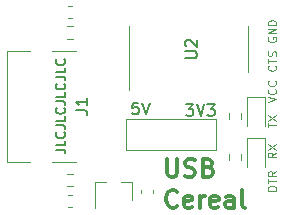
<source format=gbr>
%TF.GenerationSoftware,KiCad,Pcbnew,5.1.10*%
%TF.CreationDate,2021-06-29T15:39:21+12:00*%
%TF.ProjectId,USBCereal,55534243-6572-4656-916c-2e6b69636164,rev?*%
%TF.SameCoordinates,Original*%
%TF.FileFunction,Legend,Top*%
%TF.FilePolarity,Positive*%
%FSLAX46Y46*%
G04 Gerber Fmt 4.6, Leading zero omitted, Abs format (unit mm)*
G04 Created by KiCad (PCBNEW 5.1.10) date 2021-06-29 15:39:21*
%MOMM*%
%LPD*%
G01*
G04 APERTURE LIST*
%ADD10C,0.150000*%
%ADD11C,0.100000*%
%ADD12C,0.375000*%
%ADD13C,0.120000*%
G04 APERTURE END LIST*
D10*
X23945904Y-30746238D02*
X24517333Y-30746238D01*
X24631619Y-30784333D01*
X24707809Y-30860523D01*
X24745904Y-30974809D01*
X24745904Y-31051000D01*
X24745904Y-29984333D02*
X24745904Y-30365285D01*
X23945904Y-30365285D01*
X24669714Y-29260523D02*
X24707809Y-29298619D01*
X24745904Y-29412904D01*
X24745904Y-29489095D01*
X24707809Y-29603380D01*
X24631619Y-29679571D01*
X24555428Y-29717666D01*
X24403047Y-29755761D01*
X24288761Y-29755761D01*
X24136380Y-29717666D01*
X24060190Y-29679571D01*
X23984000Y-29603380D01*
X23945904Y-29489095D01*
X23945904Y-29412904D01*
X23984000Y-29298619D01*
X24022095Y-29260523D01*
X23945904Y-28689095D02*
X24517333Y-28689095D01*
X24631619Y-28727190D01*
X24707809Y-28803380D01*
X24745904Y-28917666D01*
X24745904Y-28993857D01*
X24745904Y-27927190D02*
X24745904Y-28308142D01*
X23945904Y-28308142D01*
X24669714Y-27203380D02*
X24707809Y-27241476D01*
X24745904Y-27355761D01*
X24745904Y-27431952D01*
X24707809Y-27546238D01*
X24631619Y-27622428D01*
X24555428Y-27660523D01*
X24403047Y-27698619D01*
X24288761Y-27698619D01*
X24136380Y-27660523D01*
X24060190Y-27622428D01*
X23984000Y-27546238D01*
X23945904Y-27431952D01*
X23945904Y-27355761D01*
X23984000Y-27241476D01*
X24022095Y-27203380D01*
X23945904Y-26631952D02*
X24517333Y-26631952D01*
X24631619Y-26670047D01*
X24707809Y-26746238D01*
X24745904Y-26860523D01*
X24745904Y-26936714D01*
X24745904Y-25870047D02*
X24745904Y-26251000D01*
X23945904Y-26251000D01*
X24669714Y-25146238D02*
X24707809Y-25184333D01*
X24745904Y-25298619D01*
X24745904Y-25374809D01*
X24707809Y-25489095D01*
X24631619Y-25565285D01*
X24555428Y-25603380D01*
X24403047Y-25641476D01*
X24288761Y-25641476D01*
X24136380Y-25603380D01*
X24060190Y-25565285D01*
X23984000Y-25489095D01*
X23945904Y-25374809D01*
X23945904Y-25298619D01*
X23984000Y-25184333D01*
X24022095Y-25146238D01*
X23945904Y-24574809D02*
X24517333Y-24574809D01*
X24631619Y-24612904D01*
X24707809Y-24689095D01*
X24745904Y-24803380D01*
X24745904Y-24879571D01*
X24745904Y-23812904D02*
X24745904Y-24193857D01*
X23945904Y-24193857D01*
X24669714Y-23089095D02*
X24707809Y-23127190D01*
X24745904Y-23241476D01*
X24745904Y-23317666D01*
X24707809Y-23431952D01*
X24631619Y-23508142D01*
X24555428Y-23546238D01*
X24403047Y-23584333D01*
X24288761Y-23584333D01*
X24136380Y-23546238D01*
X24060190Y-23508142D01*
X23984000Y-23431952D01*
X23945904Y-23317666D01*
X23945904Y-23241476D01*
X23984000Y-23127190D01*
X24022095Y-23089095D01*
D11*
X41941000Y-21234333D02*
X41907666Y-21301000D01*
X41907666Y-21401000D01*
X41941000Y-21501000D01*
X42007666Y-21567666D01*
X42074333Y-21601000D01*
X42207666Y-21634333D01*
X42307666Y-21634333D01*
X42441000Y-21601000D01*
X42507666Y-21567666D01*
X42574333Y-21501000D01*
X42607666Y-21401000D01*
X42607666Y-21334333D01*
X42574333Y-21234333D01*
X42541000Y-21201000D01*
X42307666Y-21201000D01*
X42307666Y-21334333D01*
X42607666Y-20901000D02*
X41907666Y-20901000D01*
X42607666Y-20501000D01*
X41907666Y-20501000D01*
X42607666Y-20167666D02*
X41907666Y-20167666D01*
X41907666Y-20001000D01*
X41941000Y-19901000D01*
X42007666Y-19834333D01*
X42074333Y-19801000D01*
X42207666Y-19767666D01*
X42307666Y-19767666D01*
X42441000Y-19801000D01*
X42507666Y-19834333D01*
X42574333Y-19901000D01*
X42607666Y-20001000D01*
X42607666Y-20167666D01*
X42541000Y-23624333D02*
X42574333Y-23657666D01*
X42607666Y-23757666D01*
X42607666Y-23824333D01*
X42574333Y-23924333D01*
X42507666Y-23991000D01*
X42441000Y-24024333D01*
X42307666Y-24057666D01*
X42207666Y-24057666D01*
X42074333Y-24024333D01*
X42007666Y-23991000D01*
X41941000Y-23924333D01*
X41907666Y-23824333D01*
X41907666Y-23757666D01*
X41941000Y-23657666D01*
X41974333Y-23624333D01*
X41907666Y-23424333D02*
X41907666Y-23024333D01*
X42607666Y-23224333D02*
X41907666Y-23224333D01*
X42574333Y-22824333D02*
X42607666Y-22724333D01*
X42607666Y-22557666D01*
X42574333Y-22491000D01*
X42541000Y-22457666D01*
X42474333Y-22424333D01*
X42407666Y-22424333D01*
X42341000Y-22457666D01*
X42307666Y-22491000D01*
X42274333Y-22557666D01*
X42241000Y-22691000D01*
X42207666Y-22757666D01*
X42174333Y-22791000D01*
X42107666Y-22824333D01*
X42041000Y-22824333D01*
X41974333Y-22791000D01*
X41941000Y-22757666D01*
X41907666Y-22691000D01*
X41907666Y-22524333D01*
X41941000Y-22424333D01*
X41907666Y-26714333D02*
X42607666Y-26481000D01*
X41907666Y-26247666D01*
X42541000Y-25614333D02*
X42574333Y-25647666D01*
X42607666Y-25747666D01*
X42607666Y-25814333D01*
X42574333Y-25914333D01*
X42507666Y-25981000D01*
X42441000Y-26014333D01*
X42307666Y-26047666D01*
X42207666Y-26047666D01*
X42074333Y-26014333D01*
X42007666Y-25981000D01*
X41941000Y-25914333D01*
X41907666Y-25814333D01*
X41907666Y-25747666D01*
X41941000Y-25647666D01*
X41974333Y-25614333D01*
X42541000Y-24914333D02*
X42574333Y-24947666D01*
X42607666Y-25047666D01*
X42607666Y-25114333D01*
X42574333Y-25214333D01*
X42507666Y-25281000D01*
X42441000Y-25314333D01*
X42307666Y-25347666D01*
X42207666Y-25347666D01*
X42074333Y-25314333D01*
X42007666Y-25281000D01*
X41941000Y-25214333D01*
X41907666Y-25114333D01*
X41907666Y-25047666D01*
X41941000Y-24947666D01*
X41974333Y-24914333D01*
X41907666Y-28854333D02*
X41907666Y-28454333D01*
X42607666Y-28654333D02*
X41907666Y-28654333D01*
X41907666Y-28287666D02*
X42607666Y-27821000D01*
X41907666Y-27821000D02*
X42607666Y-28287666D01*
X42607666Y-30977666D02*
X42274333Y-31211000D01*
X42607666Y-31377666D02*
X41907666Y-31377666D01*
X41907666Y-31111000D01*
X41941000Y-31044333D01*
X41974333Y-31011000D01*
X42041000Y-30977666D01*
X42141000Y-30977666D01*
X42207666Y-31011000D01*
X42241000Y-31044333D01*
X42274333Y-31111000D01*
X42274333Y-31377666D01*
X41907666Y-30744333D02*
X42607666Y-30277666D01*
X41907666Y-30277666D02*
X42607666Y-30744333D01*
X42607666Y-34201000D02*
X41907666Y-34201000D01*
X41907666Y-34034333D01*
X41941000Y-33934333D01*
X42007666Y-33867666D01*
X42074333Y-33834333D01*
X42207666Y-33801000D01*
X42307666Y-33801000D01*
X42441000Y-33834333D01*
X42507666Y-33867666D01*
X42574333Y-33934333D01*
X42607666Y-34034333D01*
X42607666Y-34201000D01*
X41907666Y-33601000D02*
X41907666Y-33201000D01*
X42607666Y-33401000D02*
X41907666Y-33401000D01*
X42607666Y-32567666D02*
X42274333Y-32801000D01*
X42607666Y-32967666D02*
X41907666Y-32967666D01*
X41907666Y-32701000D01*
X41941000Y-32634333D01*
X41974333Y-32601000D01*
X42041000Y-32567666D01*
X42141000Y-32567666D01*
X42207666Y-32601000D01*
X42241000Y-32634333D01*
X42274333Y-32701000D01*
X42274333Y-32967666D01*
D12*
X33366892Y-31521071D02*
X33366892Y-32735357D01*
X33438321Y-32878214D01*
X33509750Y-32949642D01*
X33652607Y-33021071D01*
X33938321Y-33021071D01*
X34081178Y-32949642D01*
X34152607Y-32878214D01*
X34224035Y-32735357D01*
X34224035Y-31521071D01*
X34866892Y-32949642D02*
X35081178Y-33021071D01*
X35438321Y-33021071D01*
X35581178Y-32949642D01*
X35652607Y-32878214D01*
X35724035Y-32735357D01*
X35724035Y-32592500D01*
X35652607Y-32449642D01*
X35581178Y-32378214D01*
X35438321Y-32306785D01*
X35152607Y-32235357D01*
X35009750Y-32163928D01*
X34938321Y-32092500D01*
X34866892Y-31949642D01*
X34866892Y-31806785D01*
X34938321Y-31663928D01*
X35009750Y-31592500D01*
X35152607Y-31521071D01*
X35509750Y-31521071D01*
X35724035Y-31592500D01*
X36866892Y-32235357D02*
X37081178Y-32306785D01*
X37152607Y-32378214D01*
X37224035Y-32521071D01*
X37224035Y-32735357D01*
X37152607Y-32878214D01*
X37081178Y-32949642D01*
X36938321Y-33021071D01*
X36366892Y-33021071D01*
X36366892Y-31521071D01*
X36866892Y-31521071D01*
X37009750Y-31592500D01*
X37081178Y-31663928D01*
X37152607Y-31806785D01*
X37152607Y-31949642D01*
X37081178Y-32092500D01*
X37009750Y-32163928D01*
X36866892Y-32235357D01*
X36366892Y-32235357D01*
X34224035Y-35503214D02*
X34152607Y-35574642D01*
X33938321Y-35646071D01*
X33795464Y-35646071D01*
X33581178Y-35574642D01*
X33438321Y-35431785D01*
X33366892Y-35288928D01*
X33295464Y-35003214D01*
X33295464Y-34788928D01*
X33366892Y-34503214D01*
X33438321Y-34360357D01*
X33581178Y-34217500D01*
X33795464Y-34146071D01*
X33938321Y-34146071D01*
X34152607Y-34217500D01*
X34224035Y-34288928D01*
X35438321Y-35574642D02*
X35295464Y-35646071D01*
X35009750Y-35646071D01*
X34866892Y-35574642D01*
X34795464Y-35431785D01*
X34795464Y-34860357D01*
X34866892Y-34717500D01*
X35009750Y-34646071D01*
X35295464Y-34646071D01*
X35438321Y-34717500D01*
X35509750Y-34860357D01*
X35509750Y-35003214D01*
X34795464Y-35146071D01*
X36152607Y-35646071D02*
X36152607Y-34646071D01*
X36152607Y-34931785D02*
X36224035Y-34788928D01*
X36295464Y-34717500D01*
X36438321Y-34646071D01*
X36581178Y-34646071D01*
X37652607Y-35574642D02*
X37509750Y-35646071D01*
X37224035Y-35646071D01*
X37081178Y-35574642D01*
X37009750Y-35431785D01*
X37009750Y-34860357D01*
X37081178Y-34717500D01*
X37224035Y-34646071D01*
X37509750Y-34646071D01*
X37652607Y-34717500D01*
X37724035Y-34860357D01*
X37724035Y-35003214D01*
X37009750Y-35146071D01*
X39009750Y-35646071D02*
X39009750Y-34860357D01*
X38938321Y-34717500D01*
X38795464Y-34646071D01*
X38509750Y-34646071D01*
X38366892Y-34717500D01*
X39009750Y-35574642D02*
X38866892Y-35646071D01*
X38509750Y-35646071D01*
X38366892Y-35574642D01*
X38295464Y-35431785D01*
X38295464Y-35288928D01*
X38366892Y-35146071D01*
X38509750Y-35074642D01*
X38866892Y-35074642D01*
X39009750Y-35003214D01*
X39938321Y-35646071D02*
X39795464Y-35574642D01*
X39724035Y-35431785D01*
X39724035Y-34146071D01*
D10*
X34956904Y-26884380D02*
X35575952Y-26884380D01*
X35242619Y-27265333D01*
X35385476Y-27265333D01*
X35480714Y-27312952D01*
X35528333Y-27360571D01*
X35575952Y-27455809D01*
X35575952Y-27693904D01*
X35528333Y-27789142D01*
X35480714Y-27836761D01*
X35385476Y-27884380D01*
X35099761Y-27884380D01*
X35004523Y-27836761D01*
X34956904Y-27789142D01*
X35861666Y-26884380D02*
X36195000Y-27884380D01*
X36528333Y-26884380D01*
X36766428Y-26884380D02*
X37385476Y-26884380D01*
X37052142Y-27265333D01*
X37195000Y-27265333D01*
X37290238Y-27312952D01*
X37337857Y-27360571D01*
X37385476Y-27455809D01*
X37385476Y-27693904D01*
X37337857Y-27789142D01*
X37290238Y-27836761D01*
X37195000Y-27884380D01*
X36909285Y-27884380D01*
X36814047Y-27836761D01*
X36766428Y-27789142D01*
X30924523Y-26757380D02*
X30448333Y-26757380D01*
X30400714Y-27233571D01*
X30448333Y-27185952D01*
X30543571Y-27138333D01*
X30781666Y-27138333D01*
X30876904Y-27185952D01*
X30924523Y-27233571D01*
X30972142Y-27328809D01*
X30972142Y-27566904D01*
X30924523Y-27662142D01*
X30876904Y-27709761D01*
X30781666Y-27757380D01*
X30543571Y-27757380D01*
X30448333Y-27709761D01*
X30400714Y-27662142D01*
X31257857Y-26757380D02*
X31591190Y-27757380D01*
X31924523Y-26757380D01*
D13*
%TO.C,J1*%
X19849000Y-22351000D02*
X19849000Y-31751000D01*
X25649000Y-31751000D02*
X23649000Y-31751000D01*
X21749000Y-31751000D02*
X19849000Y-31751000D01*
X25649000Y-22351000D02*
X23649000Y-22351000D01*
X21749000Y-22351000D02*
X19849000Y-22351000D01*
%TO.C,JP1*%
X29845000Y-30794000D02*
X29845000Y-28134000D01*
X29845000Y-28134000D02*
X37525000Y-28134000D01*
X29845000Y-30794000D02*
X37525000Y-30794000D01*
X37525000Y-30794000D02*
X37525000Y-28134000D01*
%TO.C,D1*%
X40159000Y-26294000D02*
X40159000Y-28754000D01*
X41629000Y-26294000D02*
X40159000Y-26294000D01*
X41629000Y-28754000D02*
X41629000Y-26294000D01*
%TO.C,D2*%
X40159000Y-29759500D02*
X40159000Y-32219500D01*
X41629000Y-29759500D02*
X40159000Y-29759500D01*
X41629000Y-32219500D02*
X41629000Y-29759500D01*
%TO.C,R4*%
X39638500Y-31137776D02*
X39638500Y-31647224D01*
X38593500Y-31137776D02*
X38593500Y-31647224D01*
%TO.C,R3*%
X39638500Y-27661776D02*
X39638500Y-28171224D01*
X38593500Y-27661776D02*
X38593500Y-28171224D01*
%TO.C,R2*%
X25400724Y-21350500D02*
X24891276Y-21350500D01*
X25400724Y-20305500D02*
X24891276Y-20305500D01*
%TO.C,R1*%
X25400724Y-33821900D02*
X24891276Y-33821900D01*
X25400724Y-32776900D02*
X24891276Y-32776900D01*
%TO.C,U1*%
X30409000Y-33514000D02*
X30409000Y-34974000D01*
X27249000Y-33514000D02*
X27249000Y-35674000D01*
X27249000Y-33514000D02*
X28179000Y-33514000D01*
X30409000Y-33514000D02*
X29479000Y-33514000D01*
%TO.C,C3*%
X31113000Y-34117233D02*
X31113000Y-34409767D01*
X32133000Y-34117233D02*
X32133000Y-34409767D01*
%TO.C,C2*%
X25292267Y-34542000D02*
X24999733Y-34542000D01*
X25292267Y-35562000D02*
X24999733Y-35562000D01*
%TO.C,C1*%
X25292267Y-18540000D02*
X24999733Y-18540000D01*
X25292267Y-19560000D02*
X24999733Y-19560000D01*
%TO.C,U2*%
X30119000Y-22225000D02*
X30119000Y-25675000D01*
X30119000Y-22225000D02*
X30119000Y-20275000D01*
X40239000Y-22225000D02*
X40239000Y-24175000D01*
X40239000Y-22225000D02*
X40239000Y-20275000D01*
%TO.C,J1*%
D10*
X25614380Y-27384333D02*
X26328666Y-27384333D01*
X26471523Y-27431952D01*
X26566761Y-27527190D01*
X26614380Y-27670047D01*
X26614380Y-27765285D01*
X26614380Y-26384333D02*
X26614380Y-26955761D01*
X26614380Y-26670047D02*
X25614380Y-26670047D01*
X25757238Y-26765285D01*
X25852476Y-26860523D01*
X25900095Y-26955761D01*
%TO.C,U2*%
X34885380Y-22986904D02*
X35694904Y-22986904D01*
X35790142Y-22939285D01*
X35837761Y-22891666D01*
X35885380Y-22796428D01*
X35885380Y-22605952D01*
X35837761Y-22510714D01*
X35790142Y-22463095D01*
X35694904Y-22415476D01*
X34885380Y-22415476D01*
X34980619Y-21986904D02*
X34933000Y-21939285D01*
X34885380Y-21844047D01*
X34885380Y-21605952D01*
X34933000Y-21510714D01*
X34980619Y-21463095D01*
X35075857Y-21415476D01*
X35171095Y-21415476D01*
X35313952Y-21463095D01*
X35885380Y-22034523D01*
X35885380Y-21415476D01*
%TD*%
M02*

</source>
